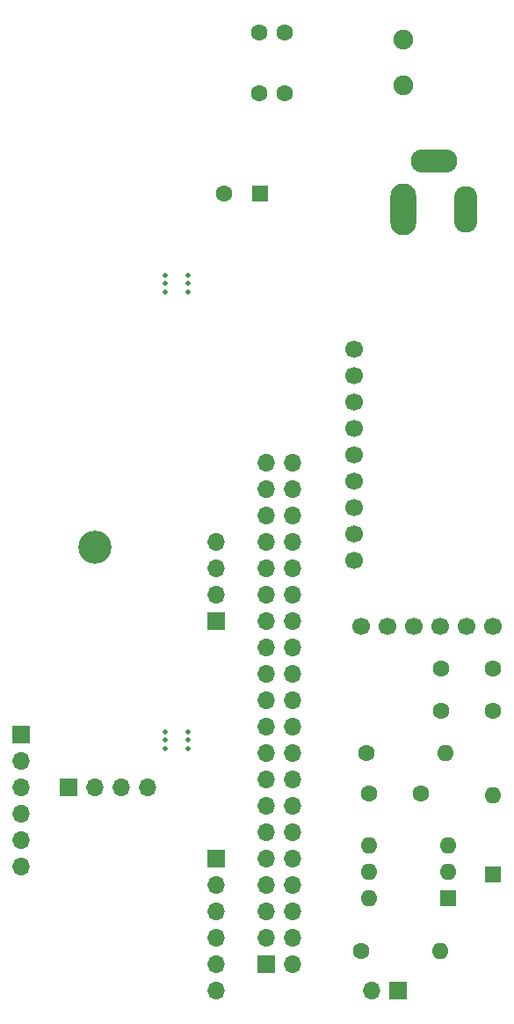
<source format=gbs>
%TF.GenerationSoftware,KiCad,Pcbnew,5.99.0+really5.1.9+dfsg1-1*%
%TF.CreationDate,2021-05-08T23:27:45+10:00*%
%TF.ProjectId,minisynth32,6d696e69-7379-46e7-9468-33322e6b6963,1.0*%
%TF.SameCoordinates,Original*%
%TF.FileFunction,Soldermask,Bot*%
%TF.FilePolarity,Negative*%
%FSLAX46Y46*%
G04 Gerber Fmt 4.6, Leading zero omitted, Abs format (unit mm)*
G04 Created by KiCad (PCBNEW 5.99.0+really5.1.9+dfsg1-1) date 2021-05-08 23:27:45*
%MOMM*%
%LPD*%
G01*
G04 APERTURE LIST*
%ADD10O,1.700000X1.700000*%
%ADD11R,1.700000X1.700000*%
%ADD12C,1.905000*%
%ADD13C,1.600200*%
%ADD14O,4.500000X2.250000*%
%ADD15O,2.250000X4.500000*%
%ADD16O,2.500000X5.000000*%
%ADD17C,1.700000*%
%ADD18C,0.500000*%
%ADD19C,3.200000*%
%ADD20O,1.600000X1.600000*%
%ADD21R,1.600000X1.600000*%
%ADD22C,1.600000*%
G04 APERTURE END LIST*
D10*
%TO.C,J7*%
X125476000Y-119634000D03*
X122936000Y-119634000D03*
X120396000Y-119634000D03*
D11*
X117856000Y-119634000D03*
%TD*%
D12*
%TO.C,SW2*%
X150114000Y-47688500D03*
X150114000Y-52082700D03*
D13*
X138684000Y-46939200D03*
X136194800Y-46939200D03*
X138684000Y-52832000D03*
X136194800Y-52832000D03*
%TD*%
D10*
%TO.C,J6*%
X113284000Y-127254000D03*
X113284000Y-124714000D03*
X113284000Y-122174000D03*
X113284000Y-119634000D03*
X113284000Y-117094000D03*
D11*
X113284000Y-114554000D03*
%TD*%
D10*
%TO.C,J5*%
X147066000Y-139192000D03*
D11*
X149606000Y-139192000D03*
%TD*%
D10*
%TO.C,J4*%
X132080000Y-96012000D03*
X132080000Y-98552000D03*
X132080000Y-101092000D03*
D11*
X132080000Y-103632000D03*
%TD*%
D14*
%TO.C,J3*%
X153114000Y-59308000D03*
D15*
X156114000Y-64008000D03*
D16*
X150114000Y-64008000D03*
%TD*%
D10*
%TO.C,J1*%
X132080000Y-139192000D03*
X132080000Y-136652000D03*
X132080000Y-134112000D03*
X132080000Y-131572000D03*
X132080000Y-129032000D03*
D11*
X132080000Y-126492000D03*
%TD*%
D17*
%TO.C,A1*%
X158750000Y-104140000D03*
X156210000Y-104140000D03*
X153670000Y-104140000D03*
X151130000Y-104140000D03*
X148590000Y-104140000D03*
X146050000Y-104140000D03*
X145415000Y-77470000D03*
X145415000Y-80010000D03*
X145415000Y-82550000D03*
X145415000Y-85090000D03*
X145415000Y-87630000D03*
X145415000Y-90170000D03*
X145415000Y-92710000D03*
X145415000Y-95250000D03*
X145415000Y-97790000D03*
%TD*%
D18*
%TO.C,mouse-bite-2.54mm-slot*%
X129370000Y-114262000D03*
X129370000Y-115862000D03*
X127170000Y-115862000D03*
X127170000Y-114262000D03*
X129370000Y-115062000D03*
X127170000Y-115062000D03*
%TD*%
%TO.C,mouse-bite-2.54mm-slot*%
X127170000Y-71120000D03*
X129370000Y-71120000D03*
X127170000Y-70320000D03*
X127170000Y-71920000D03*
X129370000Y-71920000D03*
X129370000Y-70320000D03*
%TD*%
D19*
%TO.C,REF\u002A\u002A*%
X120396000Y-96520000D03*
%TD*%
D20*
%TO.C,U1*%
X146812000Y-130302000D03*
X154432000Y-125222000D03*
X146812000Y-127762000D03*
X154432000Y-127762000D03*
X146812000Y-125222000D03*
D21*
X154432000Y-130302000D03*
%TD*%
D20*
%TO.C,R2*%
X153670000Y-135382000D03*
D22*
X146050000Y-135382000D03*
%TD*%
D20*
%TO.C,R1*%
X154178000Y-116332000D03*
D22*
X146558000Y-116332000D03*
%TD*%
D10*
%TO.C,J2*%
X139446000Y-88392000D03*
X136906000Y-88392000D03*
X139446000Y-90932000D03*
X136906000Y-90932000D03*
X139446000Y-93472000D03*
X136906000Y-93472000D03*
X139446000Y-96012000D03*
X136906000Y-96012000D03*
X139446000Y-98552000D03*
X136906000Y-98552000D03*
X139446000Y-101092000D03*
X136906000Y-101092000D03*
X139446000Y-103632000D03*
X136906000Y-103632000D03*
X139446000Y-106172000D03*
X136906000Y-106172000D03*
X139446000Y-108712000D03*
X136906000Y-108712000D03*
X139446000Y-111252000D03*
X136906000Y-111252000D03*
X139446000Y-113792000D03*
X136906000Y-113792000D03*
X139446000Y-116332000D03*
X136906000Y-116332000D03*
X139446000Y-118872000D03*
X136906000Y-118872000D03*
X139446000Y-121412000D03*
X136906000Y-121412000D03*
X139446000Y-123952000D03*
X136906000Y-123952000D03*
X139446000Y-126492000D03*
X136906000Y-126492000D03*
X139446000Y-129032000D03*
X136906000Y-129032000D03*
X139446000Y-131572000D03*
X136906000Y-131572000D03*
X139446000Y-134112000D03*
X136906000Y-134112000D03*
X139446000Y-136652000D03*
D11*
X136906000Y-136652000D03*
%TD*%
D20*
%TO.C,D1*%
X158750000Y-120396000D03*
D21*
X158750000Y-128016000D03*
%TD*%
D22*
%TO.C,C4*%
X153750000Y-112268000D03*
X158750000Y-112268000D03*
%TD*%
%TO.C,C3*%
X153750000Y-108204000D03*
X158750000Y-108204000D03*
%TD*%
%TO.C,C2*%
X151812000Y-120222000D03*
X146812000Y-120222000D03*
%TD*%
%TO.C,C1*%
X132842000Y-62484000D03*
D21*
X136342000Y-62484000D03*
%TD*%
M02*

</source>
